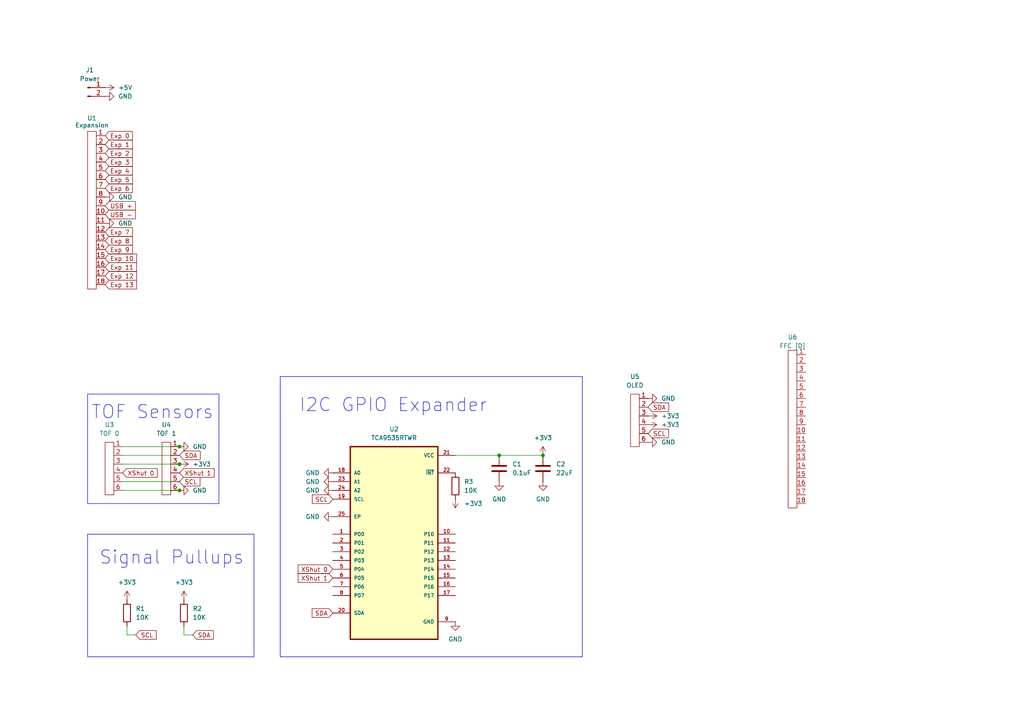
<source format=kicad_sch>
(kicad_sch (version 20231120) (generator "eeschema") (generator_version "8.0")
  (paper "A4")
  (lib_symbols
    (symbol "Connector:Conn_01x02_Pin" (pin_names (offset 1.016) hide)
      (property "Reference" "J" (at 0 2.54 0))
      (property "Value" "Conn_01x02_Pin" (at 0 -5.08 0))
      (symbol "Conn_01x02_Pin_1_1"
        (polyline (pts (xy 1.27 -2.54) (xy 0.8636 -2.54)) (stroke (width 0.1524)))
        (polyline (pts (xy 1.27 0) (xy 0.8636 0)) (stroke (width 0.1524)))
        (rectangle (start 0.8636 -2.413) (end 0 -2.667) (stroke (width 0.1524)) (fill (type outline)))
        (rectangle (start 0.8636 0.127) (end 0 -0.127) (stroke (width 0.1524)) (fill (type outline)))
        (pin passive line (at 5.08 0 180) (length 3.81) (name "Pin_1") (number "1"))
        (pin passive line (at 5.08 -2.54 180) (length 3.81) (name "Pin_2") (number "2"))
      )
    )
    (symbol "Device:C" (pin_numbers hide) (pin_names (offset 0.254))
      (property "Reference" "C" (at 0.635 2.54 0))
      (property "Value" "C" (at 0.635 -2.54 0))
      (symbol "C_0_1"
        (polyline (pts (xy -2.032 -0.762) (xy 2.032 -0.762)) (stroke (width 0.508)))
        (polyline (pts (xy -2.032 0.762) (xy 2.032 0.762)) (stroke (width 0.508)))
      )
      (symbol "C_1_1"
        (pin passive line (at 0 3.81 270) (length 2.794) (name "~") (number "1"))
        (pin passive line (at 0 -3.81 90) (length 2.794) (name "~") (number "2"))
      )
    )
    (symbol "Device:R" (pin_numbers hide) (pin_names (offset 0))
      (property "Reference" "R" (at 2.032 0 90))
      (property "Value" "R" (at 0 0 90))
      (symbol "R_0_1"
        (rectangle (start -1.016 -2.54) (end 1.016 2.54) (stroke (width 0.254)))
      )
      (symbol "R_1_1"
        (pin passive line (at 0 3.81 270) (length 1.27) (name "~") (number "1"))
        (pin passive line (at 0 -3.81 90) (length 1.27) (name "~") (number "2"))
      )
    )
    (symbol "FCC_Connector:FFC_18P"
      (property "Reference" "U" (at 0 24.384 0))
      (symbol "FFC_18P_0_1"
        (rectangle (start -1.27 22.86) (end 1.27 -22.86))
      )
      (symbol "FFC_18P_1_1"
        (pin input line (at 3.81 21.59 180) (length 2.54) (name "") (number "1"))
        (pin input line (at 3.81 -1.27 180) (length 2.54) (name "") (number "10"))
        (pin input line (at 3.81 -3.81 180) (length 2.54) (name "") (number "11"))
        (pin input line (at 3.81 -6.35 180) (length 2.54) (name "") (number "12"))
        (pin input line (at 3.81 -8.89 180) (length 2.54) (name "") (number "13"))
        (pin input line (at 3.81 -11.43 180) (length 2.54) (name "") (number "14"))
        (pin input line (at 3.81 -13.97 180) (length 2.54) (name "") (number "15"))
        (pin input line (at 3.81 -16.51 180) (length 2.54) (name "") (number "16"))
        (pin input line (at 3.81 -19.05 180) (length 2.54) (name "") (number "17"))
        (pin input line (at 3.81 -21.59 180) (length 2.54) (name "") (number "18"))
        (pin input line (at 3.81 19.05 180) (length 2.54) (name "") (number "2"))
        (pin input line (at 3.81 16.51 180) (length 2.54) (name "") (number "3"))
        (pin input line (at 3.81 13.97 180) (length 2.54) (name "") (number "4"))
        (pin input line (at 3.81 11.43 180) (length 2.54) (name "") (number "5"))
        (pin input line (at 3.81 8.89 180) (length 2.54) (name "") (number "6"))
        (pin input line (at 3.81 6.35 180) (length 2.54) (name "") (number "7"))
        (pin input line (at 3.81 3.81 180) (length 2.54) (name "") (number "8"))
        (pin input line (at 3.81 1.27 180) (length 2.54) (name "") (number "9"))
      )
    )
    (symbol "FCC_Connector:FFC_6P"
      (property "Reference" "U" (at 0 9.398 0))
      (symbol "FFC_6P_0_1"
        (rectangle (start -1.27 7.62) (end 1.27 -7.62))
      )
      (symbol "FFC_6P_1_1"
        (pin input line (at 3.81 6.35 180) (length 2.54) (name "") (number "1"))
        (pin input line (at 3.81 3.81 180) (length 2.54) (name "") (number "2"))
        (pin input line (at 3.81 1.27 180) (length 2.54) (name "") (number "3"))
        (pin input line (at 3.81 -1.27 180) (length 2.54) (name "") (number "4"))
        (pin input line (at 3.81 -3.81 180) (length 2.54) (name "") (number "5"))
        (pin input line (at 3.81 -6.35 180) (length 2.54) (name "") (number "6"))
      )
    )
    (symbol "IO_Expander_TCA9535RTWR:TCA9535RTWR" (pin_names (offset 1.016))
      (property "Reference" "U" (at -12.7 28.94 0))
      (property "Value" "TCA9535RTWR" (at -12.7 -31.94 0))
      (symbol "TCA9535RTWR_0_0"
        (rectangle (start -12.7 -27.94) (end 12.7 27.94) (stroke (width 0.41)) (fill (type background)))
        (pin bidirectional line (at -17.78 2.54 0) (length 5.08) (name "P00") (number "1"))
        (pin bidirectional line (at 17.78 2.54 180) (length 5.08) (name "P10") (number "10"))
        (pin bidirectional line (at 17.78 0 180) (length 5.08) (name "P11") (number "11"))
        (pin bidirectional line (at 17.78 -2.54 180) (length 5.08) (name "P12") (number "12"))
        (pin bidirectional line (at 17.78 -5.08 180) (length 5.08) (name "P13") (number "13"))
        (pin bidirectional line (at 17.78 -7.62 180) (length 5.08) (name "P14") (number "14"))
        (pin bidirectional line (at 17.78 -10.16 180) (length 5.08) (name "P15") (number "15"))
        (pin bidirectional line (at 17.78 -12.7 180) (length 5.08) (name "P16") (number "16"))
        (pin bidirectional line (at 17.78 -15.24 180) (length 5.08) (name "P17") (number "17"))
        (pin input line (at -17.78 20.32 0) (length 5.08) (name "A0") (number "18"))
        (pin input line (at -17.78 12.7 0) (length 5.08) (name "SCL") (number "19"))
        (pin bidirectional line (at -17.78 0 0) (length 5.08) (name "P01") (number "2"))
        (pin bidirectional line (at -17.78 -20.32 0) (length 5.08) (name "SDA") (number "20"))
        (pin power_in line (at 17.78 25.4 180) (length 5.08) (name "VCC") (number "21"))
        (pin output line (at 17.78 20.32 180) (length 5.08) (name "~{INT}") (number "22"))
        (pin input line (at -17.78 17.78 0) (length 5.08) (name "A1") (number "23"))
        (pin input line (at -17.78 15.24 0) (length 5.08) (name "A2") (number "24"))
        (pin bidirectional line (at -17.78 7.62 0) (length 5.08) (name "EP") (number "25"))
        (pin bidirectional line (at -17.78 -2.54 0) (length 5.08) (name "P02") (number "3"))
        (pin bidirectional line (at -17.78 -5.08 0) (length 5.08) (name "P03") (number "4"))
        (pin bidirectional line (at -17.78 -7.62 0) (length 5.08) (name "P04") (number "5"))
        (pin bidirectional line (at -17.78 -10.16 0) (length 5.08) (name "P05") (number "6"))
        (pin bidirectional line (at -17.78 -12.7 0) (length 5.08) (name "P06") (number "7"))
        (pin bidirectional line (at -17.78 -15.24 0) (length 5.08) (name "P07") (number "8"))
        (pin power_in line (at 17.78 -22.86 180) (length 5.08) (name "GND") (number "9"))
      )
    )
    (symbol "power:+3V3" (power) (pin_numbers hide) (pin_names (offset 0) hide)
      (property "Value" "+3V3" (at 0 3.556 0))
      (symbol "+3V3_0_1"
        (polyline (pts (xy -0.762 1.27) (xy 0 2.54)))
        (polyline (pts (xy 0 0) (xy 0 2.54)))
        (polyline (pts (xy 0 2.54) (xy 0.762 1.27)))
      )
      (symbol "+3V3_1_1"
        (pin power_in line (at 0 0 90) (length 0) (name "~") (number "1"))
      )
    )
    (symbol "power:+5V" (power) (pin_numbers hide) (pin_names (offset 0) hide)
      (property "Value" "+5V" (at 0 3.556 0))
      (symbol "+5V_0_1"
        (polyline (pts (xy -0.762 1.27) (xy 0 2.54)))
        (polyline (pts (xy 0 0) (xy 0 2.54)))
        (polyline (pts (xy 0 2.54) (xy 0.762 1.27)))
      )
      (symbol "+5V_1_1"
        (pin power_in line (at 0 0 90) (length 0) (name "~") (number "1"))
      )
    )
    (symbol "power:GND" (power) (pin_numbers hide) (pin_names (offset 0) hide)
      (property "Value" "GND" (at 0 -3.81 0))
      (symbol "GND_0_1"
        (polyline (pts (xy 0 0) (xy 0 -1.27) (xy 1.27 -1.27) (xy 0 -2.54) (xy -1.27 -1.27) (xy 0 -1.27)))
      )
      (symbol "GND_1_1"
        (pin power_in line (at 0 0 270) (length 0) (name "~") (number "1"))
      )
    )
  )
  (junction (at 157.48 132.08))
  (junction (at 52.07 142.24))
  (junction (at 144.78 132.08))
  (junction (at 52.07 134.62))
  (junction (at 52.07 129.54))
  (wire (pts (xy 36.83 184.15) (xy 39.37 184.15)))
  (wire (pts (xy 35.56 142.24) (xy 52.07 142.24)))
  (wire (pts (xy 35.56 132.08) (xy 52.07 132.08)))
  (wire (pts (xy 36.83 184.15) (xy 36.83 181.61)))
  (wire (pts (xy 144.78 132.08) (xy 157.48 132.08)))
  (wire (pts (xy 35.56 129.54) (xy 52.07 129.54)))
  (wire (pts (xy 35.56 139.7) (xy 52.07 139.7)))
  (wire (pts (xy 53.34 184.15) (xy 53.34 181.61)))
  (wire (pts (xy 132.08 132.08) (xy 144.78 132.08)))
  (wire (pts (xy 55.88 184.15) (xy 53.34 184.15)))
  (wire (pts (xy 35.56 134.62) (xy 52.07 134.62)))
  (rectangle (start 25.4 154.94) (end 73.66 190.5))
  (rectangle (start 81.28 109.22) (end 168.91 190.5))
  (rectangle (start 25.4 114.3) (end 63.5 146.05))
  (text "Signal Pullups" (at 49.784 161.798 0) (effects (font (size 3.81 3.81))))
  (text "I2C GPIO Expander" (at 114.046 117.602 0) (effects (font (size 3.81 3.81))))
  (text "TOF Sensors" (at 44.196 119.634 0) (effects (font (size 3.81 3.81))))
  (global_label "Exp 9" (shape input) (at 30.48 72.39 0) (property "Intersheetrefs" "${INTERSHEET_REFS}" (effects (hide yes))))
  (global_label "SCL" (shape input) (at 52.07 139.7 0) (property "Intersheetrefs" "${INTERSHEET_REFS}" (effects (hide yes))))
  (global_label "Exp 3" (shape input) (at 30.48 46.99 0) (property "Intersheetrefs" "${INTERSHEET_REFS}" (effects (hide yes))))
  (global_label "Exp 5" (shape input) (at 30.48 52.07 0) (property "Intersheetrefs" "${INTERSHEET_REFS}" (effects (hide yes))))
  (global_label "Exp 6" (shape input) (at 30.48 54.61 0) (property "Intersheetrefs" "${INTERSHEET_REFS}" (effects (hide yes))))
  (global_label "XShut 1" (shape input) (at 52.07 137.16 0) (property "Intersheetrefs" "${INTERSHEET_REFS}" (effects (hide yes))))
  (global_label "Exp 4" (shape input) (at 30.48 49.53 0) (property "Intersheetrefs" "${INTERSHEET_REFS}" (effects (hide yes))))
  (global_label "XShut 0" (shape input) (at 96.52 165.1 180) (property "Intersheetrefs" "${INTERSHEET_REFS}" (effects (hide yes))))
  (global_label "Exp 12" (shape input) (at 30.48 80.01 0) (property "Intersheetrefs" "${INTERSHEET_REFS}" (effects (hide yes))))
  (global_label "Exp 7" (shape input) (at 30.48 67.31 0) (property "Intersheetrefs" "${INTERSHEET_REFS}" (effects (hide yes))))
  (global_label "Exp 1" (shape input) (at 30.48 41.91 0) (property "Intersheetrefs" "${INTERSHEET_REFS}" (effects (hide yes))))
  (global_label "SCL" (shape input) (at 39.37 184.15 0) (property "Intersheetrefs" "${INTERSHEET_REFS}" (effects (hide yes))))
  (global_label "SDA" (shape input) (at 52.07 132.08 0) (property "Intersheetrefs" "${INTERSHEET_REFS}" (effects (hide yes))))
  (global_label "Exp 11" (shape input) (at 30.48 77.47 0) (property "Intersheetrefs" "${INTERSHEET_REFS}" (effects (hide yes))))
  (global_label "Exp 8" (shape input) (at 30.48 69.85 0) (property "Intersheetrefs" "${INTERSHEET_REFS}" (effects (hide yes))))
  (global_label "XShut 0" (shape input) (at 35.56 137.16 0) (property "Intersheetrefs" "${INTERSHEET_REFS}" (effects (hide yes))))
  (global_label "Exp 10" (shape input) (at 30.48 74.93 0) (property "Intersheetrefs" "${INTERSHEET_REFS}" (effects (hide yes))))
  (global_label "XShut 1" (shape input) (at 96.52 167.64 180) (property "Intersheetrefs" "${INTERSHEET_REFS}" (effects (hide yes))))
  (global_label "SDA" (shape input) (at 187.96 118.11 0) (property "Intersheetrefs" "${INTERSHEET_REFS}" (effects (hide yes))))
  (global_label "USB +" (shape input) (at 30.48 59.69 0) (property "Intersheetrefs" "${INTERSHEET_REFS}" (effects (hide yes))))
  (global_label "Exp 0" (shape input) (at 30.48 39.37 0) (property "Intersheetrefs" "${INTERSHEET_REFS}" (effects (hide yes))))
  (global_label "SCL" (shape input) (at 96.52 144.78 180) (property "Intersheetrefs" "${INTERSHEET_REFS}" (effects (hide yes))))
  (global_label "Exp 2" (shape input) (at 30.48 44.45 0) (property "Intersheetrefs" "${INTERSHEET_REFS}" (effects (hide yes))))
  (global_label "Exp 13" (shape input) (at 30.48 82.55 0) (property "Intersheetrefs" "${INTERSHEET_REFS}" (effects (hide yes))))
  (global_label "USB -" (shape input) (at 30.48 62.23 0) (property "Intersheetrefs" "${INTERSHEET_REFS}" (effects (hide yes))))
  (global_label "SDA" (shape input) (at 96.52 177.8 180) (property "Intersheetrefs" "${INTERSHEET_REFS}" (effects (hide yes))))
  (global_label "SDA" (shape input) (at 55.88 184.15 0) (property "Intersheetrefs" "${INTERSHEET_REFS}" (effects (hide yes))))
  (global_label "SCL" (shape input) (at 187.96 125.73 0) (property "Intersheetrefs" "${INTERSHEET_REFS}" (effects (hide yes))))
  (symbol (lib_id "power:+3V3") (at 132.08 144.78 180) (unit 1)
    (property "Reference" "#PWR011" (effects (hide yes)))
    (property "Value" "+3V3" (at 134.62 146.0499 0) (effects (justify right)))
    (property "Description" "Power symbol creates a global label with name \"+3V3\"" (effects (hide yes)))
  )
  (symbol (lib_id "FCC_Connector:FFC_6P") (at 184.15 121.92 0) (unit 1)
    (property "Reference" "U5" (at 184.15 109.22 0))
    (property "Value" "OLED" (at 184.15 111.76 0))
    (property "Footprint" "FFC_Connector:FFC Aliexpress 0.5mm 6P" (effects (hide yes)))
  )
  (symbol (lib_id "power:GND") (at 96.52 137.16 270) (unit 1)
    (property "Reference" "#PWR07" (effects (hide yes)))
    (property "Value" "GND" (at 92.71 137.1599 90) (effects (justify right)))
    (property "Description" "Power symbol creates a global label with name \"GND\" , ground" (effects (hide yes)))
  )
  (symbol (lib_id "power:GND") (at 30.48 64.77 90) (unit 1)
    (property "Reference" "#PWR04" (effects (hide yes)))
    (property "Value" "GND" (at 34.29 64.7699 90) (effects (justify right)))
    (property "Description" "Power symbol creates a global label with name \"GND\" , ground" (effects (hide yes)))
  )
  (symbol (lib_id "power:GND") (at 30.48 27.94 90) (unit 1)
    (property "Reference" "#PWR02" (effects (hide yes)))
    (property "Value" "GND" (at 34.29 27.9399 90) (effects (justify right)))
    (property "Description" "Power symbol creates a global label with name \"GND\" , ground" (effects (hide yes)))
  )
  (symbol (lib_id "Device:R") (at 53.34 177.8 0) (unit 1)
    (property "Reference" "R2" (at 55.88 176.5299 0) (effects (justify left)))
    (property "Value" "10K" (at 55.88 179.0699 0) (effects (justify left)))
    (property "Footprint" "Resistor_SMD:R_0603_1608Metric_Pad0.98x0.95mm_HandSolder" (effects (hide yes)))
    (property "Description" "Resistor" (effects (hide yes)))
  )
  (symbol (lib_id "power:GND") (at 187.96 115.57 90) (unit 1)
    (property "Reference" "#PWR019" (effects (hide yes)))
    (property "Value" "GND" (at 191.77 115.5699 90) (effects (justify right)))
    (property "Description" "Power symbol creates a global label with name \"GND\" , ground" (effects (hide yes)))
  )
  (symbol (lib_id "FCC_Connector:FFC_6P") (at 48.26 135.89 0) (unit 1)
    (property "Reference" "U4" (at 48.26 123.19 0))
    (property "Value" "TOF 1" (at 48.26 125.73 0))
    (property "Footprint" "FFC_Connector:FFC Aliexpress 0.5mm 6P" (effects (hide yes)))
  )
  (symbol (lib_id "IO_Expander_TCA9535RTWR:TCA9535RTWR") (at 114.3 157.48 0) (unit 1)
    (property "Reference" "U2" (at 114.3 124.46 0))
    (property "Value" "TCA9535RTWR" (at 114.3 127 0))
    (property "Footprint" "IO_Expander_TCA9535RTWR:QFN50P400X400X80-25N" (effects (hide yes)))
  )
  (symbol (lib_id "power:GND") (at 96.52 149.86 270) (unit 1)
    (property "Reference" "#PWR010" (effects (hide yes)))
    (property "Value" "GND" (at 92.71 149.8599 90) (effects (justify right)))
    (property "Description" "Power symbol creates a global label with name \"GND\" , ground" (effects (hide yes)))
  )
  (symbol (lib_id "power:GND") (at 52.07 129.54 90) (unit 1)
    (property "Reference" "#PWR016" (effects (hide yes)))
    (property "Value" "GND" (at 55.88 129.5399 90) (effects (justify right)))
    (property "Description" "Power symbol creates a global label with name \"GND\" , ground" (effects (hide yes)))
  )
  (symbol (lib_id "power:+3V3") (at 157.48 132.08 0) (unit 1)
    (property "Reference" "#PWR014" (effects (hide yes)))
    (property "Value" "+3V3" (at 157.48 127 0))
    (property "Description" "Power symbol creates a global label with name \"+3V3\"" (effects (hide yes)))
  )
  (symbol (lib_id "power:GND") (at 187.96 128.27 90) (unit 1)
    (property "Reference" "#PWR021" (effects (hide yes)))
    (property "Value" "GND" (at 191.77 128.2699 90) (effects (justify right)))
    (property "Description" "Power symbol creates a global label with name \"GND\" , ground" (effects (hide yes)))
  )
  (symbol (lib_id "Device:C") (at 144.78 135.89 0) (unit 1)
    (property "Reference" "C1" (at 148.59 134.6199 0) (effects (justify left)))
    (property "Value" "0.1uF" (at 148.59 137.1599 0) (effects (justify left)))
    (property "Footprint" "Capacitor_SMD:C_0603_1608Metric" (effects (hide yes)))
    (property "Description" "Unpolarized capacitor" (effects (hide yes)))
  )
  (symbol (lib_id "power:GND") (at 52.07 142.24 90) (unit 1)
    (property "Reference" "#PWR018" (effects (hide yes)))
    (property "Value" "GND" (at 55.88 142.2399 90) (effects (justify right)))
    (property "Description" "Power symbol creates a global label with name \"GND\" , ground" (effects (hide yes)))
  )
  (symbol (lib_id "Connector:Conn_01x02_Pin") (at 25.4 25.4 0) (unit 1)
    (property "Reference" "J1" (at 26.035 20.32 0))
    (property "Value" "Power" (at 26.035 22.86 0))
    (property "Footprint" "Connector_Hirose:Hirose_DF13-02P-1.25DS_1x02_P1.25mm_Horizontal" (effects (hide yes)))
    (property "Description" "Generic connector, single row, 01x02, script generated" (effects (hide yes)))
  )
  (symbol (lib_id "power:GND") (at 96.52 139.7 270) (unit 1)
    (property "Reference" "#PWR08" (effects (hide yes)))
    (property "Value" "GND" (at 92.71 139.6999 90) (effects (justify right)))
    (property "Description" "Power symbol creates a global label with name \"GND\" , ground" (effects (hide yes)))
  )
  (symbol (lib_id "power:+3V3") (at 53.34 173.99 0) (unit 1)
    (property "Reference" "#PWR06" (effects (hide yes)))
    (property "Value" "+3V3" (at 53.34 168.91 0))
    (property "Description" "Power symbol creates a global label with name \"+3V3\"" (effects (hide yes)))
  )
  (symbol (lib_id "Device:R") (at 132.08 140.97 180) (unit 1)
    (property "Reference" "R3" (at 134.62 139.6999 0) (effects (justify right)))
    (property "Value" "10K" (at 134.62 142.2399 0) (effects (justify right)))
    (property "Footprint" "Resistor_SMD:R_0603_1608Metric" (effects (hide yes)))
    (property "Description" "Resistor" (effects (hide yes)))
  )
  (symbol (lib_id "FCC_Connector:FFC_6P") (at 31.75 135.89 0) (unit 1)
    (property "Reference" "U3" (at 31.75 123.19 0))
    (property "Value" "TOF 0" (at 31.75 125.73 0))
    (property "Footprint" "FFC_Connector:FFC Aliexpress 0.5mm 6P" (effects (hide yes)))
  )
  (symbol (lib_id "power:+3V3") (at 187.96 123.19 270) (unit 1)
    (property "Reference" "#PWR022" (effects (hide yes)))
    (property "Value" "+3V3" (at 191.77 123.1899 90) (effects (justify left)))
    (property "Description" "Power symbol creates a global label with name \"+3V3\"" (effects (hide yes)))
  )
  (symbol (lib_id "power:GND") (at 132.08 180.34 0) (unit 1)
    (property "Reference" "#PWR012" (effects (hide yes)))
    (property "Value" "GND" (at 132.08 185.42 0))
    (property "Description" "Power symbol creates a global label with name \"GND\" , ground" (effects (hide yes)))
  )
  (symbol (lib_id "power:+3V3") (at 36.83 173.99 0) (unit 1)
    (property "Reference" "#PWR05" (effects (hide yes)))
    (property "Value" "+3V3" (at 36.83 168.91 0))
    (property "Description" "Power symbol creates a global label with name \"+3V3\"" (effects (hide yes)))
  )
  (symbol (lib_id "FCC_Connector:FFC_18P") (at 229.87 124.46 0) (unit 1)
    (property "Reference" "U6" (at 229.87 97.79 0))
    (property "Value" "FFC [D]" (at 229.87 100.33 0))
    (property "Footprint" "FFC_Connector:FFC Aliexpress 0.5mm 18P" (effects (hide yes)))
  )
  (symbol (lib_id "FCC_Connector:FFC_18P") (at 26.67 60.96 0) (unit 1)
    (property "Reference" "U1" (at 26.67 34.29 0))
    (property "Value" "Expansion" (at 26.67 36.322 0))
    (property "Footprint" "FFC_Connector:FFC Aliexpress 0.5mm 18P" (effects (hide yes)))
  )
  (symbol (lib_id "power:+5V") (at 30.48 25.4 270) (unit 1)
    (property "Reference" "#PWR01" (effects (hide yes)))
    (property "Value" "+5V" (at 34.29 25.3999 90) (effects (justify left)))
    (property "Description" "Power symbol creates a global label with name \"+5V\"" (effects (hide yes)))
  )
  (symbol (lib_id "power:GND") (at 96.52 142.24 270) (unit 1)
    (property "Reference" "#PWR09" (effects (hide yes)))
    (property "Value" "GND" (at 92.71 142.2399 90) (effects (justify right)))
    (property "Description" "Power symbol creates a global label with name \"GND\" , ground" (effects (hide yes)))
  )
  (symbol (lib_id "power:+3V3") (at 52.07 134.62 270) (unit 1)
    (property "Reference" "#PWR017" (effects (hide yes)))
    (property "Value" "+3V3" (at 55.88 134.6199 90) (effects (justify left)))
    (property "Description" "Power symbol creates a global label with name \"+3V3\"" (effects (hide yes)))
  )
  (symbol (lib_id "Device:R") (at 36.83 177.8 0) (unit 1)
    (property "Reference" "R1" (at 39.37 176.5299 0) (effects (justify left)))
    (property "Value" "10K" (at 39.37 179.0699 0) (effects (justify left)))
    (property "Footprint" "Resistor_SMD:R_0603_1608Metric_Pad0.98x0.95mm_HandSolder" (effects (hide yes)))
    (property "Description" "Resistor" (effects (hide yes)))
  )
  (symbol (lib_id "power:GND") (at 157.48 139.7 0) (unit 1)
    (property "Reference" "#PWR015" (effects (hide yes)))
    (property "Value" "GND" (at 157.48 144.78 0))
    (property "Description" "Power symbol creates a global label with name \"GND\" , ground" (effects (hide yes)))
  )
  (symbol (lib_id "power:+3V3") (at 187.96 120.65 270) (unit 1)
    (property "Reference" "#PWR020" (effects (hide yes)))
    (property "Value" "+3V3" (at 191.77 120.6499 90) (effects (justify left)))
    (property "Description" "Power symbol creates a global label with name \"+3V3\"" (effects (hide yes)))
  )
  (symbol (lib_id "Device:C") (at 157.48 135.89 0) (unit 1)
    (property "Reference" "C2" (at 161.29 134.6199 0) (effects (justify left)))
    (property "Value" "22uF" (at 161.29 137.1599 0) (effects (justify left)))
    (property "Footprint" "Capacitor_SMD:C_0603_1608Metric_Pad1.08x0.95mm_HandSolder" (effects (hide yes)))
    (property "Description" "Unpolarized capacitor" (effects (hide yes)))
  )
  (symbol (lib_id "power:GND") (at 144.78 139.7 0) (unit 1)
    (property "Reference" "#PWR013" (effects (hide yes)))
    (property "Value" "GND" (at 144.78 144.78 0))
    (property "Description" "Power symbol creates a global label with name \"GND\" , ground" (effects (hide yes)))
  )
  (symbol (lib_id "power:GND") (at 30.48 57.15 90) (unit 1)
    (property "Reference" "#PWR03" (effects (hide yes)))
    (property "Value" "GND" (at 34.29 57.1499 90) (effects (justify right)))
    (property "Description" "Power symbol creates a global label with name \"GND\" , ground" (effects (hide yes)))
  )
)
</source>
